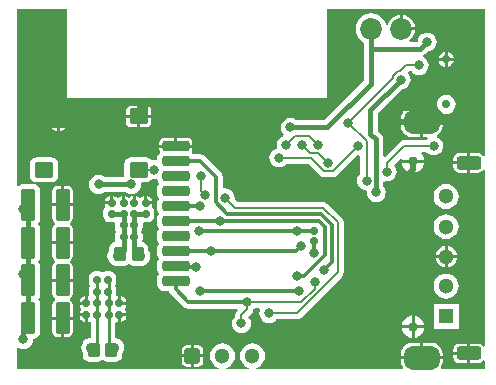
<source format=gbl>
%FSLAX44Y44*%
%MOMM*%
G71*
G01*
G75*
G04 Layer_Physical_Order=2*
G04 Layer_Color=16711680*
G04:AMPARAMS|DCode=10|XSize=0.7mm|YSize=2.5mm|CornerRadius=0.175mm|HoleSize=0mm|Usage=FLASHONLY|Rotation=0.000|XOffset=0mm|YOffset=0mm|HoleType=Round|Shape=RoundedRectangle|*
%AMROUNDEDRECTD10*
21,1,0.7000,2.1500,0,0,0.0*
21,1,0.3500,2.5000,0,0,0.0*
1,1,0.3500,0.1750,-1.0750*
1,1,0.3500,-0.1750,-1.0750*
1,1,0.3500,-0.1750,1.0750*
1,1,0.3500,0.1750,1.0750*
%
%ADD10ROUNDEDRECTD10*%
G04:AMPARAMS|DCode=11|XSize=0.67mm|YSize=0.67mm|CornerRadius=0.1508mm|HoleSize=0mm|Usage=FLASHONLY|Rotation=90.000|XOffset=0mm|YOffset=0mm|HoleType=Round|Shape=RoundedRectangle|*
%AMROUNDEDRECTD11*
21,1,0.6700,0.3685,0,0,90.0*
21,1,0.3685,0.6700,0,0,90.0*
1,1,0.3015,0.1843,0.1843*
1,1,0.3015,0.1843,-0.1843*
1,1,0.3015,-0.1843,-0.1843*
1,1,0.3015,-0.1843,0.1843*
%
%ADD11ROUNDEDRECTD11*%
G04:AMPARAMS|DCode=12|XSize=0.67mm|YSize=0.67mm|CornerRadius=0.1508mm|HoleSize=0mm|Usage=FLASHONLY|Rotation=180.000|XOffset=0mm|YOffset=0mm|HoleType=Round|Shape=RoundedRectangle|*
%AMROUNDEDRECTD12*
21,1,0.6700,0.3685,0,0,180.0*
21,1,0.3685,0.6700,0,0,180.0*
1,1,0.3015,-0.1843,0.1843*
1,1,0.3015,0.1843,0.1843*
1,1,0.3015,0.1843,-0.1843*
1,1,0.3015,-0.1843,-0.1843*
%
%ADD12ROUNDEDRECTD12*%
G04:AMPARAMS|DCode=13|XSize=0.62mm|YSize=0.62mm|CornerRadius=0.1488mm|HoleSize=0mm|Usage=FLASHONLY|Rotation=270.000|XOffset=0mm|YOffset=0mm|HoleType=Round|Shape=RoundedRectangle|*
%AMROUNDEDRECTD13*
21,1,0.6200,0.3224,0,0,270.0*
21,1,0.3224,0.6200,0,0,270.0*
1,1,0.2976,-0.1612,-0.1612*
1,1,0.2976,-0.1612,0.1612*
1,1,0.2976,0.1612,0.1612*
1,1,0.2976,0.1612,-0.1612*
%
%ADD13ROUNDEDRECTD13*%
%ADD14R,1.4000X0.4000*%
%ADD15R,1.9000X1.8000*%
G04:AMPARAMS|DCode=16|XSize=2.35mm|YSize=1.15mm|CornerRadius=0.3852mm|HoleSize=0mm|Usage=FLASHONLY|Rotation=180.000|XOffset=0mm|YOffset=0mm|HoleType=Round|Shape=RoundedRectangle|*
%AMROUNDEDRECTD16*
21,1,2.3500,0.3795,0,0,180.0*
21,1,1.5795,1.1500,0,0,180.0*
1,1,0.7705,-0.7897,0.1898*
1,1,0.7705,0.7897,0.1898*
1,1,0.7705,0.7897,-0.1898*
1,1,0.7705,-0.7897,-0.1898*
%
%ADD16ROUNDEDRECTD16*%
G04:AMPARAMS|DCode=17|XSize=1.3mm|YSize=1mm|CornerRadius=0.25mm|HoleSize=0mm|Usage=FLASHONLY|Rotation=180.000|XOffset=0mm|YOffset=0mm|HoleType=Round|Shape=RoundedRectangle|*
%AMROUNDEDRECTD17*
21,1,1.3000,0.5000,0,0,180.0*
21,1,0.8000,1.0000,0,0,180.0*
1,1,0.5000,-0.4000,0.2500*
1,1,0.5000,0.4000,0.2500*
1,1,0.5000,0.4000,-0.2500*
1,1,0.5000,-0.4000,-0.2500*
%
%ADD17ROUNDEDRECTD17*%
G04:AMPARAMS|DCode=18|XSize=2.5mm|YSize=1.15mm|CornerRadius=0.3852mm|HoleSize=0mm|Usage=FLASHONLY|Rotation=180.000|XOffset=0mm|YOffset=0mm|HoleType=Round|Shape=RoundedRectangle|*
%AMROUNDEDRECTD18*
21,1,2.5000,0.3795,0,0,180.0*
21,1,1.7295,1.1500,0,0,180.0*
1,1,0.7705,-0.8648,0.1898*
1,1,0.7705,0.8648,0.1898*
1,1,0.7705,0.8648,-0.1898*
1,1,0.7705,-0.8648,-0.1898*
%
%ADD18ROUNDEDRECTD18*%
G04:AMPARAMS|DCode=19|XSize=1.1mm|YSize=0.6mm|CornerRadius=0.201mm|HoleSize=0mm|Usage=FLASHONLY|Rotation=270.000|XOffset=0mm|YOffset=0mm|HoleType=Round|Shape=RoundedRectangle|*
%AMROUNDEDRECTD19*
21,1,1.1000,0.1980,0,0,270.0*
21,1,0.6980,0.6000,0,0,270.0*
1,1,0.4020,-0.0990,-0.3490*
1,1,0.4020,-0.0990,0.3490*
1,1,0.4020,0.0990,0.3490*
1,1,0.4020,0.0990,-0.3490*
%
%ADD19ROUNDEDRECTD19*%
G04:AMPARAMS|DCode=20|XSize=0.62mm|YSize=0.62mm|CornerRadius=0.1488mm|HoleSize=0mm|Usage=FLASHONLY|Rotation=180.000|XOffset=0mm|YOffset=0mm|HoleType=Round|Shape=RoundedRectangle|*
%AMROUNDEDRECTD20*
21,1,0.6200,0.3224,0,0,180.0*
21,1,0.3224,0.6200,0,0,180.0*
1,1,0.2976,-0.1612,0.1612*
1,1,0.2976,0.1612,0.1612*
1,1,0.2976,0.1612,-0.1612*
1,1,0.2976,-0.1612,-0.1612*
%
%ADD20ROUNDEDRECTD20*%
G04:AMPARAMS|DCode=21|XSize=1mm|YSize=2mm|CornerRadius=0.25mm|HoleSize=0mm|Usage=FLASHONLY|Rotation=0.000|XOffset=0mm|YOffset=0mm|HoleType=Round|Shape=RoundedRectangle|*
%AMROUNDEDRECTD21*
21,1,1.0000,1.5000,0,0,0.0*
21,1,0.5000,2.0000,0,0,0.0*
1,1,0.5000,0.2500,-0.7500*
1,1,0.5000,-0.2500,-0.7500*
1,1,0.5000,-0.2500,0.7500*
1,1,0.5000,0.2500,0.7500*
%
%ADD21ROUNDEDRECTD21*%
G04:AMPARAMS|DCode=22|XSize=0.7mm|YSize=1mm|CornerRadius=0.175mm|HoleSize=0mm|Usage=FLASHONLY|Rotation=180.000|XOffset=0mm|YOffset=0mm|HoleType=Round|Shape=RoundedRectangle|*
%AMROUNDEDRECTD22*
21,1,0.7000,0.6500,0,0,180.0*
21,1,0.3500,1.0000,0,0,180.0*
1,1,0.3500,-0.1750,0.3250*
1,1,0.3500,0.1750,0.3250*
1,1,0.3500,0.1750,-0.3250*
1,1,0.3500,-0.1750,-0.3250*
%
%ADD22ROUNDEDRECTD22*%
G04:AMPARAMS|DCode=23|XSize=0.8mm|YSize=1mm|CornerRadius=0.2mm|HoleSize=0mm|Usage=FLASHONLY|Rotation=180.000|XOffset=0mm|YOffset=0mm|HoleType=Round|Shape=RoundedRectangle|*
%AMROUNDEDRECTD23*
21,1,0.8000,0.6000,0,0,180.0*
21,1,0.4000,1.0000,0,0,180.0*
1,1,0.4000,-0.2000,0.3000*
1,1,0.4000,0.2000,0.3000*
1,1,0.4000,0.2000,-0.3000*
1,1,0.4000,-0.2000,-0.3000*
%
%ADD23ROUNDEDRECTD23*%
%ADD24O,0.7000X2.5000*%
%ADD25O,2.5000X0.7000*%
G04:AMPARAMS|DCode=26|XSize=1.2mm|YSize=1.2mm|CornerRadius=0.198mm|HoleSize=0mm|Usage=FLASHONLY|Rotation=180.000|XOffset=0mm|YOffset=0mm|HoleType=Round|Shape=RoundedRectangle|*
%AMROUNDEDRECTD26*
21,1,1.2000,0.8040,0,0,180.0*
21,1,0.8040,1.2000,0,0,180.0*
1,1,0.3960,-0.4020,0.4020*
1,1,0.3960,0.4020,0.4020*
1,1,0.3960,0.4020,-0.4020*
1,1,0.3960,-0.4020,-0.4020*
%
%ADD26ROUNDEDRECTD26*%
G04:AMPARAMS|DCode=27|XSize=1.6mm|YSize=2mm|CornerRadius=0.248mm|HoleSize=0mm|Usage=FLASHONLY|Rotation=90.000|XOffset=0mm|YOffset=0mm|HoleType=Round|Shape=RoundedRectangle|*
%AMROUNDEDRECTD27*
21,1,1.6000,1.5040,0,0,90.0*
21,1,1.1040,2.0000,0,0,90.0*
1,1,0.4960,0.7520,0.5520*
1,1,0.4960,0.7520,-0.5520*
1,1,0.4960,-0.7520,-0.5520*
1,1,0.4960,-0.7520,0.5520*
%
%ADD27ROUNDEDRECTD27*%
%ADD28O,0.3000X0.9000*%
%ADD29O,0.9000X0.3000*%
%ADD30R,2.4000X2.4000*%
%ADD31C,0.5000*%
%ADD32C,0.3000*%
%ADD33C,0.2000*%
%ADD34C,0.4000*%
%ADD35C,0.7000*%
%ADD36C,0.3500*%
%ADD37C,0.6000*%
%ADD38C,0.2500*%
%ADD39C,0.7000*%
G04:AMPARAMS|DCode=40|XSize=1.15mm|YSize=2.1mm|CornerRadius=0.2875mm|HoleSize=0mm|Usage=FLASHONLY|Rotation=90.000|XOffset=0mm|YOffset=0mm|HoleType=Round|Shape=RoundedRectangle|*
%AMROUNDEDRECTD40*
21,1,1.1500,1.5250,0,0,90.0*
21,1,0.5750,2.1000,0,0,90.0*
1,1,0.5750,0.7625,0.2875*
1,1,0.5750,0.7625,-0.2875*
1,1,0.5750,-0.7625,-0.2875*
1,1,0.5750,-0.7625,0.2875*
%
%ADD40ROUNDEDRECTD40*%
%ADD41C,1.8500*%
%ADD42C,0.9000*%
%ADD43C,1.3000*%
%ADD44R,1.3000X1.3000*%
G04:AMPARAMS|DCode=45|XSize=0.7mm|YSize=0.7mm|CornerRadius=0.175mm|HoleSize=0mm|Usage=FLASHONLY|Rotation=270.000|XOffset=0mm|YOffset=0mm|HoleType=Round|Shape=RoundedRectangle|*
%AMROUNDEDRECTD45*
21,1,0.7000,0.3500,0,0,270.0*
21,1,0.3500,0.7000,0,0,270.0*
1,1,0.3500,-0.1750,-0.1750*
1,1,0.3500,-0.1750,0.1750*
1,1,0.3500,0.1750,0.1750*
1,1,0.3500,0.1750,-0.1750*
%
%ADD45ROUNDEDRECTD45*%
G04:AMPARAMS|DCode=46|XSize=1.3mm|YSize=1.3mm|CornerRadius=0.1625mm|HoleSize=0mm|Usage=FLASHONLY|Rotation=180.000|XOffset=0mm|YOffset=0mm|HoleType=Round|Shape=RoundedRectangle|*
%AMROUNDEDRECTD46*
21,1,1.3000,0.9750,0,0,180.0*
21,1,0.9750,1.3000,0,0,180.0*
1,1,0.3250,-0.4875,0.4875*
1,1,0.3250,0.4875,0.4875*
1,1,0.3250,0.4875,-0.4875*
1,1,0.3250,-0.4875,-0.4875*
%
%ADD46ROUNDEDRECTD46*%
%ADD47C,0.8000*%
G04:AMPARAMS|DCode=48|XSize=1mm|YSize=1.2mm|CornerRadius=0.165mm|HoleSize=0mm|Usage=FLASHONLY|Rotation=180.000|XOffset=0mm|YOffset=0mm|HoleType=Round|Shape=RoundedRectangle|*
%AMROUNDEDRECTD48*
21,1,1.0000,0.8700,0,0,180.0*
21,1,0.6700,1.2000,0,0,180.0*
1,1,0.3300,-0.3350,0.4350*
1,1,0.3300,0.3350,0.4350*
1,1,0.3300,0.3350,-0.4350*
1,1,0.3300,-0.3350,-0.4350*
%
%ADD48ROUNDEDRECTD48*%
G04:AMPARAMS|DCode=49|XSize=1.6mm|YSize=1.3mm|CornerRadius=0.2015mm|HoleSize=0mm|Usage=FLASHONLY|Rotation=180.000|XOffset=0mm|YOffset=0mm|HoleType=Round|Shape=RoundedRectangle|*
%AMROUNDEDRECTD49*
21,1,1.6000,0.8970,0,0,180.0*
21,1,1.1970,1.3000,0,0,180.0*
1,1,0.4030,-0.5985,0.4485*
1,1,0.4030,0.5985,0.4485*
1,1,0.4030,0.5985,-0.4485*
1,1,0.4030,-0.5985,-0.4485*
%
%ADD49ROUNDEDRECTD49*%
G04:AMPARAMS|DCode=50|XSize=3mm|YSize=2mm|CornerRadius=0.67mm|HoleSize=0mm|Usage=FLASHONLY|Rotation=180.000|XOffset=0mm|YOffset=0mm|HoleType=Round|Shape=RoundedRectangle|*
%AMROUNDEDRECTD50*
21,1,3.0000,0.6600,0,0,180.0*
21,1,1.6600,2.0000,0,0,180.0*
1,1,1.3400,-0.8300,0.3300*
1,1,1.3400,0.8300,0.3300*
1,1,1.3400,0.8300,-0.3300*
1,1,1.3400,-0.8300,-0.3300*
%
%ADD50ROUNDEDRECTD50*%
G04:AMPARAMS|DCode=51|XSize=2.3mm|YSize=0.9mm|CornerRadius=0.225mm|HoleSize=0mm|Usage=FLASHONLY|Rotation=180.000|XOffset=0mm|YOffset=0mm|HoleType=Round|Shape=RoundedRectangle|*
%AMROUNDEDRECTD51*
21,1,2.3000,0.4500,0,0,180.0*
21,1,1.8500,0.9000,0,0,180.0*
1,1,0.4500,-0.9250,0.2250*
1,1,0.4500,0.9250,0.2250*
1,1,0.4500,0.9250,-0.2250*
1,1,0.4500,-0.9250,-0.2250*
%
%ADD51ROUNDEDRECTD51*%
G04:AMPARAMS|DCode=52|XSize=2.7mm|YSize=1.2mm|CornerRadius=0.21mm|HoleSize=0mm|Usage=FLASHONLY|Rotation=270.000|XOffset=0mm|YOffset=0mm|HoleType=Round|Shape=RoundedRectangle|*
%AMROUNDEDRECTD52*
21,1,2.7000,0.7800,0,0,270.0*
21,1,2.2800,1.2000,0,0,270.0*
1,1,0.4200,-0.3900,-1.1400*
1,1,0.4200,-0.3900,1.1400*
1,1,0.4200,0.3900,1.1400*
1,1,0.4200,0.3900,-1.1400*
%
%ADD52ROUNDEDRECTD52*%
G36*
X398451Y183638D02*
X397181Y183253D01*
X396529Y184229D01*
X394738Y185426D01*
X392625Y185846D01*
X386270D01*
Y177450D01*
Y169054D01*
X392625D01*
X394738Y169474D01*
X396529Y170671D01*
X397181Y171647D01*
X398451Y171262D01*
Y22239D01*
X397181Y21853D01*
X396529Y22829D01*
X394738Y24026D01*
X392625Y24446D01*
X386270D01*
Y16050D01*
Y7654D01*
X392625D01*
X394738Y8074D01*
X396529Y9271D01*
X397181Y10247D01*
X398451Y9862D01*
Y2549D01*
X361844D01*
X361218Y3819D01*
X361771Y4540D01*
X362702Y6788D01*
X363020Y9200D01*
Y11230D01*
X327780D01*
Y9200D01*
X328098Y6788D01*
X329029Y4540D01*
X329582Y3819D01*
X328956Y2549D01*
X204872D01*
X204641Y3770D01*
X207195Y4828D01*
X209389Y6511D01*
X211072Y8705D01*
X212130Y11259D01*
X212491Y14000D01*
X212130Y16741D01*
X211072Y19295D01*
X209389Y21489D01*
X207195Y23172D01*
X204641Y24230D01*
X201900Y24591D01*
X199159Y24230D01*
X196605Y23172D01*
X194411Y21489D01*
X192728Y19295D01*
X191670Y16741D01*
X191309Y14000D01*
X191670Y11259D01*
X192728Y8705D01*
X194411Y6511D01*
X196605Y4828D01*
X199159Y3770D01*
X198928Y2549D01*
X179472D01*
X179241Y3770D01*
X181795Y4828D01*
X183989Y6511D01*
X185672Y8705D01*
X186730Y11259D01*
X187091Y14000D01*
X186730Y16741D01*
X185672Y19295D01*
X183989Y21489D01*
X181795Y23172D01*
X179241Y24230D01*
X176500Y24591D01*
X173759Y24230D01*
X171205Y23172D01*
X169011Y21489D01*
X167328Y19295D01*
X166270Y16741D01*
X165909Y14000D01*
X166270Y11259D01*
X167328Y8705D01*
X169011Y6511D01*
X171205Y4828D01*
X173759Y3770D01*
X173528Y2549D01*
X2549D01*
Y20663D01*
X3688Y21225D01*
X3965Y21012D01*
X5912Y20206D01*
X8000Y19931D01*
X10088Y20206D01*
X12034Y21012D01*
X13706Y22294D01*
X14988Y23965D01*
X15794Y25912D01*
X16069Y28000D01*
X16036Y28251D01*
X16150Y28381D01*
X18530Y28854D01*
X20548Y30202D01*
X21896Y32220D01*
X22369Y34600D01*
Y57400D01*
X21896Y59780D01*
X20548Y61798D01*
Y62202D01*
X21896Y64220D01*
X22369Y66600D01*
Y89400D01*
X21896Y91780D01*
X20548Y93798D01*
Y94202D01*
X21896Y96220D01*
X22369Y98600D01*
Y121400D01*
X21896Y123780D01*
X20548Y125798D01*
Y126202D01*
X21896Y128220D01*
X22369Y130600D01*
Y153400D01*
X21896Y155780D01*
X20548Y157798D01*
X18530Y159146D01*
X16150Y159620D01*
X8350D01*
X5970Y159146D01*
X3952Y157798D01*
X3819Y157599D01*
X2549Y157984D01*
Y307451D01*
X45250D01*
Y232250D01*
X265250D01*
Y307451D01*
X398451D01*
Y183638D01*
D02*
G37*
%LPC*%
G36*
X90862Y64468D02*
X90520D01*
Y60019D01*
X94969D01*
Y60361D01*
X94656Y61933D01*
X93766Y63266D01*
X92434Y64156D01*
X90862Y64468D01*
D02*
G37*
G36*
X366000Y83591D02*
X363259Y83230D01*
X360705Y82172D01*
X358511Y80489D01*
X356828Y78295D01*
X355770Y75741D01*
X355409Y73000D01*
X355770Y70259D01*
X356828Y67705D01*
X358511Y65511D01*
X360705Y63828D01*
X363259Y62770D01*
X366000Y62409D01*
X368741Y62770D01*
X371295Y63828D01*
X373489Y65511D01*
X375172Y67705D01*
X376230Y70259D01*
X376591Y73000D01*
X376230Y75741D01*
X375172Y78295D01*
X373489Y80489D01*
X371295Y82172D01*
X368741Y83230D01*
X366000Y83591D01*
D02*
G37*
G36*
X49881Y108730D02*
X32619D01*
Y98600D01*
X32979Y96790D01*
X34005Y95255D01*
X34740Y94764D01*
Y93237D01*
X34005Y92745D01*
X32979Y91211D01*
X32619Y89400D01*
Y79270D01*
X49881D01*
Y89400D01*
X49521Y91211D01*
X48495Y92745D01*
X47760Y93237D01*
Y94764D01*
X48495Y95255D01*
X49521Y96790D01*
X49881Y98600D01*
Y108730D01*
D02*
G37*
G36*
X94969Y47480D02*
X90520D01*
Y43031D01*
X90862D01*
X92434Y43344D01*
X93766Y44234D01*
X94656Y45566D01*
X94969Y47138D01*
Y47480D01*
D02*
G37*
G36*
X59980D02*
X55531D01*
Y47138D01*
X55844Y45566D01*
X56734Y44234D01*
X58066Y43344D01*
X59638Y43031D01*
X59980D01*
Y47480D01*
D02*
G37*
G36*
Y64468D02*
X59638D01*
X58066Y64156D01*
X56734Y63266D01*
X55844Y61933D01*
X55531Y60361D01*
Y60019D01*
X59980D01*
Y64468D01*
D02*
G37*
G36*
X49881Y76730D02*
X32619D01*
Y66600D01*
X32979Y64790D01*
X34005Y63255D01*
X34740Y62764D01*
Y61237D01*
X34005Y60745D01*
X32979Y59211D01*
X32619Y57400D01*
Y47270D01*
X49881D01*
Y57400D01*
X49521Y59211D01*
X48495Y60745D01*
X47760Y61237D01*
Y62764D01*
X48495Y63255D01*
X49521Y64790D01*
X49881Y66600D01*
Y76730D01*
D02*
G37*
G36*
X81112Y85707D02*
X77888D01*
X75747Y85281D01*
X75000Y84783D01*
X74253Y85281D01*
X72112Y85707D01*
X68888D01*
X66747Y85281D01*
X64931Y84069D01*
X63718Y82253D01*
X63292Y80112D01*
Y76888D01*
X63718Y74747D01*
X64551Y73500D01*
X63718Y72253D01*
X63292Y70112D01*
Y66888D01*
X63543Y65628D01*
X63271Y65164D01*
X62520Y64492D01*
Y58749D01*
X61250D01*
Y57480D01*
X55531D01*
Y57137D01*
X55844Y55566D01*
X56475Y54621D01*
X56642Y53750D01*
X56475Y52879D01*
X55844Y51934D01*
X55531Y50362D01*
Y50020D01*
X61250D01*
Y48750D01*
X62520D01*
Y43031D01*
X62862D01*
X63779Y43214D01*
X64934Y42303D01*
X64959Y42252D01*
Y29502D01*
X63281Y29281D01*
X61213Y28425D01*
X59438Y27062D01*
X58075Y25287D01*
X57219Y23219D01*
X56927Y21000D01*
X57219Y18781D01*
X58075Y16713D01*
X58389Y16304D01*
Y14650D01*
X58828Y12445D01*
X60077Y10577D01*
X61946Y9328D01*
X64150Y8889D01*
X70850D01*
X73054Y9328D01*
X74923Y10577D01*
X75077D01*
X76946Y9328D01*
X79150Y8889D01*
X85850D01*
X88055Y9328D01*
X89923Y10577D01*
X91172Y12445D01*
X91611Y14650D01*
Y16304D01*
X91925Y16713D01*
X92781Y18781D01*
X93073Y21000D01*
X92781Y23219D01*
X91925Y25287D01*
X90562Y27062D01*
X88787Y28425D01*
X86719Y29281D01*
X85665Y29420D01*
Y42201D01*
X86893Y43179D01*
X87638Y43031D01*
X87980D01*
Y48750D01*
X89250D01*
Y50020D01*
X94969D01*
Y50362D01*
X94656Y51934D01*
X94025Y52879D01*
X93858Y53750D01*
X94025Y54621D01*
X94656Y55566D01*
X94969Y57137D01*
Y57480D01*
X89250D01*
Y58749D01*
X87980D01*
Y64468D01*
X87638D01*
X87487Y64438D01*
X86436Y65524D01*
X86707Y66888D01*
Y70112D01*
X86281Y72253D01*
X85665Y73177D01*
Y73823D01*
X86281Y74747D01*
X86707Y76888D01*
Y80112D01*
X86281Y82253D01*
X85069Y84069D01*
X83253Y85281D01*
X81112Y85707D01*
D02*
G37*
G36*
X49881Y140730D02*
X32619D01*
Y130600D01*
X32979Y128790D01*
X34005Y127255D01*
X34740Y126764D01*
Y125237D01*
X34005Y124745D01*
X32979Y123211D01*
X32619Y121400D01*
Y111270D01*
X49881D01*
Y121400D01*
X49521Y123211D01*
X48495Y124745D01*
X47760Y125237D01*
Y126764D01*
X48495Y127255D01*
X49521Y128790D01*
X49881Y130600D01*
Y140730D01*
D02*
G37*
G36*
X366000Y134091D02*
X363259Y133730D01*
X360705Y132672D01*
X358511Y130989D01*
X356828Y128795D01*
X355770Y126241D01*
X355409Y123500D01*
X355770Y120759D01*
X356828Y118205D01*
X358511Y116011D01*
X360705Y114328D01*
X363259Y113270D01*
X366000Y112909D01*
X368741Y113270D01*
X371295Y114328D01*
X373489Y116011D01*
X375172Y118205D01*
X376230Y120759D01*
X376591Y123500D01*
X376230Y126241D01*
X375172Y128795D01*
X373489Y130989D01*
X371295Y132672D01*
X368741Y133730D01*
X366000Y134091D01*
D02*
G37*
G36*
Y159591D02*
X363259Y159230D01*
X360705Y158172D01*
X358511Y156489D01*
X356828Y154295D01*
X355770Y151741D01*
X355409Y149000D01*
X355770Y146259D01*
X356828Y143705D01*
X358511Y141511D01*
X360705Y139828D01*
X363259Y138770D01*
X366000Y138409D01*
X368741Y138770D01*
X371295Y139828D01*
X373489Y141511D01*
X375172Y143705D01*
X376230Y146259D01*
X376591Y149000D01*
X376230Y151741D01*
X375172Y154295D01*
X373489Y156489D01*
X371295Y158172D01*
X368741Y159230D01*
X366000Y159591D01*
D02*
G37*
G36*
X367270Y106951D02*
Y99270D01*
X374951D01*
X374807Y100360D01*
X373896Y102559D01*
X372447Y104447D01*
X370559Y105896D01*
X368360Y106807D01*
X367270Y106951D01*
D02*
G37*
G36*
X364730Y96730D02*
X357049D01*
X357193Y95640D01*
X358104Y93441D01*
X359553Y91553D01*
X361441Y90104D01*
X363640Y89193D01*
X364730Y89049D01*
Y96730D01*
D02*
G37*
G36*
X374951D02*
X367270D01*
Y89049D01*
X368360Y89193D01*
X370559Y90104D01*
X372447Y91553D01*
X373896Y93441D01*
X374807Y95640D01*
X374951Y96730D01*
D02*
G37*
G36*
X364730Y106951D02*
X363640Y106807D01*
X361441Y105896D01*
X359553Y104447D01*
X358104Y102559D01*
X357193Y100360D01*
X357049Y99270D01*
X364730D01*
Y106951D01*
D02*
G37*
G36*
X353700Y25120D02*
X346670D01*
Y13770D01*
X363020D01*
Y15800D01*
X362702Y18212D01*
X361771Y20460D01*
X360290Y22390D01*
X358360Y23871D01*
X356112Y24802D01*
X353700Y25120D01*
D02*
G37*
G36*
X149830Y23122D02*
X146225D01*
X144600Y22798D01*
X143222Y21878D01*
X142302Y20500D01*
X141978Y18875D01*
Y15270D01*
X149830D01*
Y23122D01*
D02*
G37*
G36*
X155975D02*
X152370D01*
Y15270D01*
X160222D01*
Y18875D01*
X159898Y20500D01*
X158978Y21878D01*
X157600Y22798D01*
X155975Y23122D01*
D02*
G37*
G36*
X344130Y25120D02*
X337100D01*
X334688Y24802D01*
X332440Y23871D01*
X330510Y22390D01*
X329029Y20460D01*
X328098Y18212D01*
X327780Y15800D01*
Y13770D01*
X344130D01*
Y25120D01*
D02*
G37*
G36*
X149830Y12730D02*
X141978D01*
Y9125D01*
X142302Y7500D01*
X143222Y6122D01*
X144600Y5202D01*
X146225Y4878D01*
X149830D01*
Y12730D01*
D02*
G37*
G36*
X160222D02*
X152370D01*
Y4878D01*
X155975D01*
X157600Y5202D01*
X158978Y6122D01*
X159898Y7500D01*
X160222Y9125D01*
Y12730D01*
D02*
G37*
G36*
X383730Y14780D02*
X371854D01*
Y13175D01*
X372274Y11062D01*
X373471Y9271D01*
X375262Y8074D01*
X377375Y7654D01*
X383730D01*
Y14780D01*
D02*
G37*
G36*
Y24446D02*
X377375D01*
X375262Y24026D01*
X373471Y22829D01*
X372274Y21038D01*
X371854Y18925D01*
Y17320D01*
X383730D01*
Y24446D01*
D02*
G37*
G36*
X376500Y58000D02*
X355500D01*
Y37000D01*
X376500D01*
Y58000D01*
D02*
G37*
G36*
X336730Y48255D02*
X335510Y48094D01*
X333189Y47133D01*
X331196Y45604D01*
X329667Y43611D01*
X328706Y41290D01*
X328545Y40070D01*
X336730D01*
Y48255D01*
D02*
G37*
G36*
X339270D02*
Y40070D01*
X347455D01*
X347295Y41290D01*
X346333Y43611D01*
X344804Y45604D01*
X342811Y47133D01*
X340490Y48094D01*
X339270Y48255D01*
D02*
G37*
G36*
X49881Y44730D02*
X42520D01*
Y29869D01*
X45150D01*
X46960Y30229D01*
X48495Y31255D01*
X49521Y32790D01*
X49881Y34600D01*
Y44730D01*
D02*
G37*
G36*
X336730Y37530D02*
X328545D01*
X328706Y36310D01*
X329667Y33989D01*
X331196Y31996D01*
X333189Y30467D01*
X335510Y29506D01*
X336730Y29345D01*
Y37530D01*
D02*
G37*
G36*
X347455D02*
X339270D01*
Y29345D01*
X340490Y29506D01*
X342811Y30467D01*
X344804Y31996D01*
X346333Y33989D01*
X347295Y36310D01*
X347455Y37530D01*
D02*
G37*
G36*
X39980Y44730D02*
X32619D01*
Y34600D01*
X32979Y32790D01*
X34005Y31255D01*
X35540Y30229D01*
X37350Y29869D01*
X39980D01*
Y44730D01*
D02*
G37*
G36*
Y158131D02*
X37350D01*
X35540Y157771D01*
X34005Y156745D01*
X32979Y155211D01*
X32619Y153400D01*
Y143270D01*
X39980D01*
Y158131D01*
D02*
G37*
G36*
X24230Y225879D02*
X19515D01*
X17738Y225526D01*
X16231Y224519D01*
X15224Y223012D01*
X14871Y221235D01*
Y218020D01*
X24230D01*
Y225879D01*
D02*
G37*
G36*
X104230D02*
X99515D01*
X97738Y225526D01*
X96231Y224519D01*
X95224Y223012D01*
X94871Y221235D01*
Y218020D01*
X104230D01*
Y225879D01*
D02*
G37*
G36*
X111485D02*
X106770D01*
Y218020D01*
X116129D01*
Y221235D01*
X115776Y223012D01*
X114769Y224519D01*
X113262Y225526D01*
X111485Y225879D01*
D02*
G37*
G36*
X344130Y224620D02*
X337100D01*
X334688Y224302D01*
X332440Y223371D01*
X330510Y221890D01*
X329029Y219960D01*
X328098Y217712D01*
X327780Y215300D01*
Y213270D01*
X344130D01*
Y224620D01*
D02*
G37*
G36*
X24230Y215480D02*
X14871D01*
Y212265D01*
X15224Y210488D01*
X16231Y208981D01*
X17738Y207974D01*
X19515Y207621D01*
X24230D01*
Y215480D01*
D02*
G37*
G36*
X104230D02*
X94871D01*
Y212265D01*
X95224Y210488D01*
X96231Y208981D01*
X97738Y207974D01*
X99515Y207621D01*
X104230D01*
Y215480D01*
D02*
G37*
G36*
X116129D02*
X106770D01*
Y207621D01*
X111485D01*
X113262Y207974D01*
X114769Y208981D01*
X115776Y210488D01*
X116129Y212265D01*
Y215480D01*
D02*
G37*
G36*
X39500Y234874D02*
X39020D01*
Y221020D01*
X43874D01*
Y230500D01*
X43541Y232174D01*
X42593Y233593D01*
X41174Y234541D01*
X39500Y234874D01*
D02*
G37*
G36*
X364730Y271429D02*
X364293Y271372D01*
X362702Y270713D01*
X361336Y269664D01*
X360287Y268298D01*
X359628Y266707D01*
X359571Y266270D01*
X364730D01*
Y271429D01*
D02*
G37*
G36*
X367270D02*
Y266270D01*
X372429D01*
X372372Y266707D01*
X371713Y268298D01*
X370664Y269664D01*
X369298Y270713D01*
X367707Y271372D01*
X367270Y271429D01*
D02*
G37*
G36*
X329220Y302724D02*
Y292270D01*
X339674D01*
X339436Y294078D01*
X338248Y296946D01*
X336359Y299409D01*
X333896Y301299D01*
X331028Y302486D01*
X329220Y302724D01*
D02*
G37*
G36*
X372429Y263730D02*
X367270D01*
Y258571D01*
X367707Y258628D01*
X369298Y259287D01*
X370664Y260336D01*
X371713Y261702D01*
X372372Y263293D01*
X372429Y263730D01*
D02*
G37*
G36*
X366000Y235069D02*
X363912Y234794D01*
X361965Y233988D01*
X360294Y232706D01*
X359012Y231035D01*
X358206Y229088D01*
X357931Y227000D01*
X358206Y224912D01*
X358257Y224788D01*
X357285Y223816D01*
X356112Y224302D01*
X353700Y224620D01*
X346670D01*
Y213270D01*
X363020D01*
Y215300D01*
X362702Y217712D01*
X362392Y218461D01*
X363364Y219433D01*
X363912Y219206D01*
X366000Y218931D01*
X368088Y219206D01*
X370034Y220012D01*
X371706Y221294D01*
X372988Y222966D01*
X373794Y224912D01*
X374069Y227000D01*
X373794Y229088D01*
X372988Y231035D01*
X371706Y232706D01*
X370034Y233988D01*
X368088Y234794D01*
X366000Y235069D01*
D02*
G37*
G36*
X302550Y304364D02*
X299091Y303909D01*
X295868Y302574D01*
X293100Y300450D01*
X290976Y297682D01*
X289641Y294459D01*
X289186Y291000D01*
X289641Y287541D01*
X290976Y284318D01*
X293100Y281550D01*
X295868Y279426D01*
X296432Y279192D01*
Y274050D01*
X296482Y273799D01*
Y247179D01*
X262921Y213617D01*
X239169D01*
X238034Y214488D01*
X236088Y215294D01*
X234000Y215569D01*
X231912Y215294D01*
X229965Y214488D01*
X228294Y213206D01*
X227012Y211535D01*
X226206Y209588D01*
X225931Y207500D01*
X226206Y205412D01*
X227012Y203465D01*
X228294Y201794D01*
X228395Y201717D01*
X228126Y200322D01*
X226716Y199738D01*
X225044Y198456D01*
X223762Y196784D01*
X222956Y194838D01*
X222681Y192750D01*
X222956Y190662D01*
X222432Y189754D01*
X222061Y189503D01*
X220215Y188738D01*
X218544Y187456D01*
X217262Y185784D01*
X216456Y183838D01*
X216181Y181750D01*
X216456Y179662D01*
X217262Y177715D01*
X218544Y176044D01*
X220215Y174762D01*
X222162Y173956D01*
X224250Y173681D01*
X226338Y173956D01*
X228284Y174762D01*
X229956Y176044D01*
X230422Y176652D01*
X249239D01*
X258996Y166895D01*
X260650Y165790D01*
X262600Y165402D01*
X269750D01*
X271701Y165790D01*
X273355Y166895D01*
X290490Y184031D01*
X291250Y183931D01*
X292132Y184047D01*
X293402Y182933D01*
Y168672D01*
X292794Y168206D01*
X291512Y166535D01*
X290706Y164588D01*
X290431Y162500D01*
X290706Y160412D01*
X291512Y158465D01*
X292794Y156794D01*
X294466Y155512D01*
X296412Y154706D01*
X297805Y154522D01*
X298785Y153293D01*
X298681Y152500D01*
X298956Y150412D01*
X299762Y148465D01*
X301044Y146794D01*
X302715Y145512D01*
X304662Y144706D01*
X306750Y144431D01*
X308838Y144706D01*
X310784Y145512D01*
X312456Y146794D01*
X313738Y148465D01*
X314544Y150412D01*
X314819Y152500D01*
X314544Y154588D01*
X313738Y156535D01*
X312868Y157669D01*
Y161258D01*
X313187Y161472D01*
X314138Y161926D01*
X316000Y161681D01*
X318088Y161956D01*
X320034Y162762D01*
X321706Y164044D01*
X322988Y165716D01*
X323794Y167662D01*
X324069Y169750D01*
X323794Y171838D01*
X322988Y173785D01*
X321706Y175456D01*
X321672Y175963D01*
X327305Y181596D01*
X328599Y181287D01*
X328692Y181186D01*
X328545Y180070D01*
X347455D01*
X347295Y181290D01*
X346333Y183611D01*
X344898Y185482D01*
X345112Y186511D01*
X345194Y186752D01*
X349178D01*
X349644Y186144D01*
X351315Y184862D01*
X353262Y184056D01*
X355350Y183781D01*
X357438Y184056D01*
X359384Y184862D01*
X361056Y186144D01*
X362338Y187815D01*
X363144Y189762D01*
X363419Y191850D01*
X363144Y193938D01*
X362338Y195884D01*
X361056Y197556D01*
X359384Y198838D01*
X358370Y199258D01*
X358360Y200629D01*
X360290Y202110D01*
X361771Y204040D01*
X362702Y206288D01*
X363020Y208700D01*
Y210730D01*
X346670D01*
Y199380D01*
X349936D01*
X350367Y198110D01*
X349644Y197556D01*
X349178Y196948D01*
X330350D01*
X328399Y196560D01*
X326745Y195455D01*
X314041Y182750D01*
X312868Y183237D01*
Y197250D01*
X312402Y199591D01*
X311076Y201576D01*
X307868Y204784D01*
Y219466D01*
X328421Y240019D01*
X329838Y240206D01*
X331785Y241012D01*
X333456Y242294D01*
X334738Y243965D01*
X335544Y245912D01*
X335819Y248000D01*
X335544Y250088D01*
X334738Y252034D01*
X333456Y253706D01*
X333446Y253854D01*
X334402Y254902D01*
X336828D01*
X337294Y254294D01*
X338965Y253012D01*
X340912Y252206D01*
X343000Y251931D01*
X345088Y252206D01*
X347034Y253012D01*
X348706Y254294D01*
X349988Y255965D01*
X350794Y257912D01*
X351069Y260000D01*
X350794Y262088D01*
X349988Y264035D01*
X348706Y265706D01*
X347034Y266988D01*
X346654Y267146D01*
X346560Y267504D01*
X346620Y268534D01*
X348326Y269674D01*
X350421Y271769D01*
X351838Y271956D01*
X353784Y272762D01*
X355456Y274044D01*
X356738Y275716D01*
X357544Y277662D01*
X357819Y279750D01*
X357544Y281838D01*
X356738Y283785D01*
X355456Y285456D01*
X353784Y286738D01*
X351838Y287544D01*
X349750Y287819D01*
X347662Y287544D01*
X345715Y286738D01*
X344044Y285456D01*
X342762Y283785D01*
X341956Y281838D01*
X341769Y280421D01*
X341466Y280117D01*
X335221D01*
X334790Y281388D01*
X336359Y282591D01*
X338248Y285054D01*
X339436Y287922D01*
X339674Y289730D01*
X327950D01*
Y291000D01*
X326680D01*
Y302724D01*
X324872Y302486D01*
X322004Y301299D01*
X319541Y299409D01*
X317652Y296946D01*
X316702Y294653D01*
X316165Y294569D01*
X315353Y294715D01*
X314124Y297682D01*
X312000Y300450D01*
X309232Y302574D01*
X306009Y303909D01*
X302550Y304364D01*
D02*
G37*
G36*
X364730Y263730D02*
X359571D01*
X359628Y263293D01*
X360287Y261702D01*
X361336Y260336D01*
X362702Y259287D01*
X364293Y258628D01*
X364730Y258571D01*
Y263730D01*
D02*
G37*
G36*
X31485Y182368D02*
X19515D01*
X17168Y181901D01*
X15179Y180571D01*
X13849Y178582D01*
X13382Y176235D01*
Y167265D01*
X13849Y164918D01*
X15179Y162929D01*
X17168Y161599D01*
X19515Y161132D01*
X31485D01*
X33832Y161599D01*
X35821Y162929D01*
X37151Y164918D01*
X37618Y167265D01*
Y176235D01*
X37151Y178582D01*
X35821Y180571D01*
X33832Y181901D01*
X31485Y182368D01*
D02*
G37*
G36*
X383730Y176180D02*
X371854D01*
Y174575D01*
X372274Y172462D01*
X373471Y170671D01*
X375262Y169474D01*
X377375Y169054D01*
X383730D01*
Y176180D01*
D02*
G37*
G36*
X336730Y177530D02*
X328545D01*
X328706Y176310D01*
X329667Y173989D01*
X331196Y171996D01*
X333189Y170467D01*
X335510Y169506D01*
X336730Y169345D01*
Y177530D01*
D02*
G37*
G36*
X110230Y149219D02*
X109888D01*
X108316Y148906D01*
X107544Y148390D01*
X106625Y148121D01*
X105706Y148390D01*
X104934Y148906D01*
X103362Y149219D01*
X103020D01*
Y143500D01*
X100480D01*
Y149219D01*
X100138D01*
X98566Y148906D01*
X97250Y148027D01*
X95934Y148906D01*
X94362Y149219D01*
X94020D01*
Y143500D01*
X91480D01*
Y149219D01*
X91138D01*
X89566Y148906D01*
X88621Y148274D01*
X87750Y148108D01*
X86879Y148274D01*
X85934Y148906D01*
X84362Y149219D01*
X84020D01*
Y143500D01*
X82750D01*
Y142230D01*
X77031D01*
Y141888D01*
X77344Y140316D01*
X77312Y140156D01*
X77181Y140069D01*
X75968Y138253D01*
X75542Y136112D01*
Y132888D01*
X75968Y130747D01*
X77181Y128931D01*
X78997Y127718D01*
X81138Y127292D01*
X84362D01*
X84663Y127352D01*
X85383Y126633D01*
X85542Y126232D01*
Y123136D01*
X85968Y120995D01*
X86632Y120001D01*
Y119246D01*
X85968Y118252D01*
X85542Y116110D01*
Y112886D01*
X85968Y110745D01*
X85868Y110504D01*
X84195Y110171D01*
X82327Y108922D01*
X81078Y107053D01*
X80639Y104849D01*
Y103195D01*
X80325Y102785D01*
X79469Y100718D01*
X79177Y98499D01*
X79469Y96280D01*
X80325Y94212D01*
X81688Y92437D01*
X83463Y91074D01*
X85531Y90218D01*
X87750Y89925D01*
X89969Y90218D01*
X90381Y90388D01*
X93100D01*
X95304Y90827D01*
X97173Y92075D01*
X97327D01*
X99195Y90827D01*
X101400Y90388D01*
X104119D01*
X104531Y90218D01*
X106750Y89925D01*
X108969Y90218D01*
X111037Y91074D01*
X112812Y92437D01*
X114175Y94212D01*
X115031Y96280D01*
X115323Y98499D01*
X115031Y100718D01*
X114175Y102785D01*
X113861Y103195D01*
Y104849D01*
X113422Y107053D01*
X112173Y108922D01*
X110304Y110171D01*
X108632Y110504D01*
X108532Y110745D01*
X108958Y112886D01*
Y116110D01*
X108532Y118252D01*
X107867Y119246D01*
Y120001D01*
X108532Y120995D01*
X108958Y123136D01*
Y126183D01*
X109322Y126776D01*
X109466Y126919D01*
X110067Y127292D01*
X113112D01*
X115253Y127718D01*
X117069Y128931D01*
X118282Y130747D01*
X118708Y132888D01*
Y136112D01*
X118282Y138253D01*
X117069Y140069D01*
X116938Y140156D01*
X116906Y140316D01*
X117219Y141888D01*
Y142230D01*
X111500D01*
Y143500D01*
X110230D01*
Y149219D01*
D02*
G37*
G36*
X45150Y158131D02*
X42520D01*
Y143270D01*
X49881D01*
Y153400D01*
X49521Y155211D01*
X48495Y156745D01*
X46960Y157771D01*
X45150Y158131D01*
D02*
G37*
G36*
X81480Y149219D02*
X81138D01*
X79566Y148906D01*
X78234Y148016D01*
X77344Y146684D01*
X77031Y145112D01*
Y144770D01*
X81480D01*
Y149219D01*
D02*
G37*
G36*
X113112D02*
X112770D01*
Y144770D01*
X117219D01*
Y145112D01*
X116906Y146684D01*
X116016Y148016D01*
X114684Y148906D01*
X113112Y149219D01*
D02*
G37*
G36*
X347455Y177530D02*
X339270D01*
Y169345D01*
X340490Y169506D01*
X342811Y170467D01*
X344804Y171996D01*
X346333Y173989D01*
X347295Y176310D01*
X347455Y177530D01*
D02*
G37*
G36*
X344130Y210730D02*
X327780D01*
Y208700D01*
X328098Y206288D01*
X329029Y204040D01*
X330510Y202110D01*
X332440Y200629D01*
X334688Y199698D01*
X337100Y199380D01*
X344130D01*
Y210730D01*
D02*
G37*
G36*
X36480Y234874D02*
X36000D01*
X34326Y234541D01*
X32907Y233593D01*
X31959Y232174D01*
X31626Y230500D01*
Y225995D01*
X31485Y225879D01*
X26770D01*
Y216750D01*
Y207621D01*
X31485D01*
X31510Y207626D01*
X31959Y207326D01*
X32907Y205907D01*
X34326Y204959D01*
X36000Y204626D01*
X36480D01*
Y219750D01*
Y234874D01*
D02*
G37*
G36*
X43874Y218480D02*
X39020D01*
Y204626D01*
X39500D01*
X41174Y204959D01*
X42593Y205907D01*
X43541Y207326D01*
X43874Y209000D01*
Y218480D01*
D02*
G37*
G36*
X146250Y198834D02*
X138270D01*
Y192970D01*
X151134D01*
Y193950D01*
X150762Y195819D01*
X149703Y197403D01*
X148119Y198462D01*
X146250Y198834D01*
D02*
G37*
G36*
X383730Y185846D02*
X377375D01*
X375262Y185426D01*
X373471Y184229D01*
X372274Y182438D01*
X371854Y180325D01*
Y178720D01*
X383730D01*
Y185846D01*
D02*
G37*
G36*
X151134Y190430D02*
X122866D01*
Y189450D01*
X123238Y187581D01*
X123584Y187063D01*
X123336Y185818D01*
X123244Y185756D01*
X121863Y183689D01*
X121378Y181250D01*
Y180238D01*
X121156Y180090D01*
X120107Y179575D01*
X118250Y179819D01*
X116480Y179586D01*
X115822Y180571D01*
X113832Y181901D01*
X111485Y182368D01*
X99515D01*
X97168Y181901D01*
X95178Y180571D01*
X93849Y178582D01*
X93382Y176235D01*
Y167265D01*
X93564Y166349D01*
X92759Y165368D01*
X76919D01*
X75785Y166238D01*
X73838Y167044D01*
X71750Y167319D01*
X69662Y167044D01*
X67716Y166238D01*
X66044Y164956D01*
X64762Y163284D01*
X63956Y161338D01*
X63681Y159250D01*
X63956Y157162D01*
X64762Y155216D01*
X66044Y153544D01*
X67716Y152262D01*
X69662Y151456D01*
X71750Y151181D01*
X73838Y151456D01*
X75785Y152262D01*
X76919Y153132D01*
X94331D01*
X95465Y152262D01*
X97412Y151456D01*
X99500Y151181D01*
X101588Y151456D01*
X103534Y152262D01*
X105206Y153544D01*
X106488Y155216D01*
X107294Y157162D01*
X107569Y159250D01*
X107447Y160177D01*
X108284Y161132D01*
X111485D01*
X113832Y161599D01*
X115822Y162929D01*
X116480Y163914D01*
X118250Y163681D01*
X120156Y163932D01*
X120346Y163950D01*
X121568Y163091D01*
X121863Y161611D01*
X122973Y159950D01*
X121863Y158289D01*
X121378Y155850D01*
Y151350D01*
X121863Y148911D01*
X122973Y147250D01*
X121863Y145589D01*
X121378Y143150D01*
Y138650D01*
X121863Y136211D01*
X122973Y134550D01*
X121863Y132889D01*
X121378Y130450D01*
Y125950D01*
X121863Y123511D01*
X122973Y121850D01*
X121863Y120189D01*
X121378Y117750D01*
Y113250D01*
X121863Y110811D01*
X122973Y109150D01*
X121863Y107489D01*
X121378Y105050D01*
Y100550D01*
X121863Y98111D01*
X122973Y96450D01*
X121863Y94789D01*
X121378Y92350D01*
Y87850D01*
X121863Y85411D01*
X122973Y83750D01*
X121863Y82089D01*
X121378Y79650D01*
Y75150D01*
X121863Y72711D01*
X123244Y70644D01*
X125311Y69263D01*
X127750Y68778D01*
X131430D01*
X131584Y68007D01*
X132854Y66104D01*
X143355Y55605D01*
X145257Y54334D01*
X147500Y53887D01*
X189018D01*
X189504Y52714D01*
X188895Y52105D01*
X187790Y50451D01*
X187402Y48500D01*
Y47672D01*
X186794Y47206D01*
X185512Y45535D01*
X184706Y43588D01*
X184431Y41500D01*
X184706Y39412D01*
X185512Y37466D01*
X186794Y35794D01*
X188465Y34512D01*
X190412Y33706D01*
X192500Y33431D01*
X194588Y33706D01*
X196535Y34512D01*
X198206Y35794D01*
X199488Y37466D01*
X200294Y39412D01*
X200569Y41500D01*
X200294Y43588D01*
X199488Y45535D01*
X198297Y47087D01*
X201105Y49895D01*
X202210Y51549D01*
X202274Y51873D01*
X202598Y53500D01*
Y53578D01*
X203206Y54044D01*
X203672Y54652D01*
X207764D01*
X208536Y53382D01*
X208000Y52088D01*
X207725Y50000D01*
X208000Y47912D01*
X208806Y45965D01*
X210089Y44294D01*
X211760Y43012D01*
X213706Y42206D01*
X215794Y41931D01*
X217883Y42206D01*
X219829Y43012D01*
X221500Y44294D01*
X221966Y44902D01*
X239241D01*
X241192Y45290D01*
X242846Y46395D01*
X277605Y81154D01*
X278710Y82808D01*
X279098Y84759D01*
Y126971D01*
X278710Y128922D01*
X277605Y130576D01*
X265326Y142855D01*
X263672Y143960D01*
X261721Y144348D01*
X189362D01*
X186719Y146990D01*
X186819Y147750D01*
X186544Y149838D01*
X185738Y151784D01*
X184456Y153456D01*
X182785Y154738D01*
X180838Y155544D01*
X178750Y155819D01*
X177883Y155705D01*
X176613Y156819D01*
Y165750D01*
X176166Y167994D01*
X174895Y169895D01*
X161646Y183146D01*
X159743Y184416D01*
X157500Y184863D01*
X151353D01*
X150756Y185756D01*
X150664Y185818D01*
X150416Y187063D01*
X150762Y187581D01*
X151134Y189450D01*
Y190430D01*
D02*
G37*
G36*
X135730Y198834D02*
X127750D01*
X125881Y198462D01*
X124297Y197403D01*
X123238Y195819D01*
X122866Y193950D01*
Y192970D01*
X135730D01*
Y198834D01*
D02*
G37*
%LPD*%
D10*
X37750Y219750D02*
D03*
D13*
X101750Y114498D02*
D03*
X92750D02*
D03*
X101750Y124748D02*
D03*
X92750D02*
D03*
X89250Y48750D02*
D03*
X80250D02*
D03*
X89250Y58749D02*
D03*
X80250D02*
D03*
X79500Y68500D02*
D03*
X70500D02*
D03*
X79500Y78500D02*
D03*
X70500D02*
D03*
X70250Y48750D02*
D03*
X61250D02*
D03*
X70250Y58749D02*
D03*
X61250D02*
D03*
D20*
X254250Y120000D02*
D03*
Y111000D02*
D03*
X111500Y143500D02*
D03*
Y134500D02*
D03*
X101750Y143500D02*
D03*
Y134500D02*
D03*
X92750D02*
D03*
Y143500D02*
D03*
X82750Y134500D02*
D03*
Y143500D02*
D03*
D31*
X355000Y223500D02*
X366500Y212000D01*
X341801Y223500D02*
X355000D01*
X42750Y209750D02*
Y304750D01*
X37750Y209750D02*
X42750D01*
X37750D02*
Y304750D01*
X42750D01*
X32750D02*
X37750D01*
X32750Y209750D02*
Y304750D01*
Y209750D02*
X37750D01*
X27750Y304750D02*
X32750D01*
X27750Y209750D02*
Y304750D01*
Y209750D02*
X32750D01*
X22750D02*
X27750D01*
X22750D02*
Y304750D01*
X27750D01*
X17750D02*
X22750D01*
X17750Y209750D02*
Y304750D01*
Y209750D02*
X22750D01*
X12750D02*
X17750D01*
X12750D02*
Y304750D01*
X17750D01*
X7750D02*
X12750D01*
X7750Y209750D02*
Y304750D01*
Y209750D02*
X12750D01*
X345400Y212000D02*
X366500D01*
X377485D01*
X319308Y218708D02*
X321958D01*
X327750Y224500D01*
X328730Y223520D01*
X341782D01*
X341801Y223500D01*
X366500Y212000D02*
X370000D01*
X377485D02*
X377750Y212265D01*
X314750Y212000D02*
X345400D01*
X332227Y165842D02*
X338000Y171615D01*
Y178800D01*
D33*
X230750Y192750D02*
X238250Y200250D01*
X250000D01*
X257500Y192750D01*
X243750Y192500D02*
X250500Y185750D01*
X257250D01*
X265500Y177500D01*
X251350Y181750D02*
X262600Y170500D01*
X224250Y181750D02*
X251350D01*
X269750Y170500D02*
X291250Y192000D01*
X262600Y170500D02*
X269750D01*
X283023Y211250D02*
X298500Y195773D01*
Y162500D02*
Y195773D01*
X330350Y191850D02*
X355350D01*
X316000Y177500D02*
X330350Y191850D01*
X316000Y169750D02*
Y177500D01*
X326773Y255000D02*
X331773Y260000D01*
X324851Y255000D02*
X326773D01*
X320750Y250900D02*
X324851Y255000D01*
X320750Y248977D02*
Y250900D01*
X283023Y211250D02*
X320750Y248977D01*
X331773Y260000D02*
X343000D01*
X254500Y70916D02*
Y76750D01*
X243334Y59750D02*
X254500Y70916D01*
X197500Y59750D02*
X243334D01*
X274000Y84759D02*
Y126971D01*
X239241Y50000D02*
X274000Y84759D01*
X215794Y50000D02*
X239241D01*
X261721Y139250D02*
X274000Y126971D01*
X187250Y139250D02*
X261721D01*
X178750Y147750D02*
X187250Y139250D01*
X158500Y154000D02*
X162000Y150500D01*
X158500Y154000D02*
Y166750D01*
X197500Y53500D02*
Y59750D01*
X192500Y48500D02*
X197500Y53500D01*
X192500Y41500D02*
Y48500D01*
X105500Y171750D02*
X118250D01*
D34*
X301750Y202250D02*
X306750Y197250D01*
X301750Y202250D02*
Y222000D01*
X306750Y152500D02*
Y197250D01*
X301750Y222000D02*
X327750Y248000D01*
X265455Y207500D02*
X302600Y244645D01*
Y274000D01*
X302550Y274050D02*
X302600Y274000D01*
X302550Y274050D02*
Y291000D01*
X302600Y274000D02*
X344000D01*
X349750Y279750D01*
X234000Y207500D02*
X265455D01*
X8000Y41750D02*
X12250Y46000D01*
X8000Y28000D02*
Y41750D01*
X12250Y110000D02*
Y142000D01*
Y78000D02*
Y110000D01*
Y46000D02*
Y78000D01*
X71750Y159250D02*
X99500D01*
X101750Y104749D02*
Y114498D01*
Y124748D01*
X92750Y114498D02*
Y124748D01*
X87750Y98499D02*
X87750D01*
X89750Y100499D01*
X92750Y103499D01*
Y114498D01*
X101750Y104749D02*
X106750Y99749D01*
X101750Y124748D02*
Y134500D01*
X111500D01*
X92750Y124748D02*
Y134500D01*
X82750D02*
X92750D01*
D36*
X245710Y81750D02*
X263250Y99290D01*
X262500Y86500D02*
X269250Y93250D01*
Y125003D01*
X263250Y99290D02*
Y123000D01*
X239750Y81750D02*
X245710D01*
X254250Y101250D02*
Y111000D01*
X260253Y134000D02*
X269250Y125003D01*
X180750Y134000D02*
X260253D01*
X258000Y128250D02*
X263250Y123000D01*
X137050Y128250D02*
X258000D01*
X170750Y144000D02*
X180750Y134000D01*
X170750Y144000D02*
Y165750D01*
X157500Y179000D02*
X170750Y165750D01*
X137000Y90100D02*
X138100Y89000D01*
X153750D01*
X147500Y59750D02*
X197500D01*
X137000Y70250D02*
X147500Y59750D01*
X137000Y70250D02*
Y77400D01*
X239750Y120000D02*
X251000D01*
X137000Y140900D02*
X137100Y141000D01*
X157500D01*
X157800Y68950D02*
X241200D01*
X137000Y128200D02*
X137050Y128250D01*
X137000Y179000D02*
X157500D01*
X239000Y102800D02*
X243250Y107050D01*
X137000Y102800D02*
X239000D01*
X156750Y120000D02*
X239750D01*
D38*
X65750Y20500D02*
X70312Y25062D01*
Y78500D01*
X80312Y24938D02*
X84750Y20500D01*
X80312Y24938D02*
Y78500D01*
D39*
X366000Y265000D02*
D03*
Y227000D02*
D03*
D40*
X385000Y177450D02*
D03*
Y16050D02*
D03*
D41*
X327950Y291000D02*
D03*
X302550D02*
D03*
D42*
X106750Y98499D02*
D03*
X87750D02*
D03*
X84500Y21000D02*
D03*
X65500D02*
D03*
D43*
X366000Y149000D02*
D03*
Y123500D02*
D03*
Y98000D02*
D03*
Y73000D02*
D03*
X201900Y14000D02*
D03*
X176500D02*
D03*
D44*
X366000Y47500D02*
D03*
D45*
X338000Y178800D02*
D03*
Y38800D02*
D03*
D46*
X151100Y14000D02*
D03*
D47*
X243750Y192500D02*
D03*
X257500Y192750D02*
D03*
X265500Y177500D02*
D03*
X230750Y192750D02*
D03*
X224250Y181750D02*
D03*
X243250Y166000D02*
D03*
X298500Y162500D02*
D03*
X306750Y152500D02*
D03*
X291250Y192000D02*
D03*
X355000Y223500D02*
D03*
X355350Y191850D02*
D03*
X316000Y169750D02*
D03*
X327750Y248000D02*
D03*
X343000Y260000D02*
D03*
X349750Y279750D02*
D03*
X373750Y303250D02*
D03*
X312750Y213500D02*
D03*
X283023Y211250D02*
D03*
X373500Y259000D02*
D03*
X212500Y208750D02*
D03*
X191000Y190500D02*
D03*
X26811Y60000D02*
D03*
X51532Y21500D02*
D03*
X109219Y24446D02*
D03*
X116500Y110380D02*
D03*
X115930Y120976D02*
D03*
X115323Y74880D02*
D03*
X114175Y86880D02*
D03*
X75975Y91630D02*
D03*
X58899Y119630D02*
D03*
X55705Y133718D02*
D03*
X55000Y153513D02*
D03*
X10000Y200380D02*
D03*
Y180380D02*
D03*
X20000Y225000D02*
D03*
Y300380D02*
D03*
Y280380D02*
D03*
Y260380D02*
D03*
Y240380D02*
D03*
X75000Y225380D02*
D03*
X90000D02*
D03*
X146750Y225526D02*
D03*
X110000Y225380D02*
D03*
X180000D02*
D03*
X200000D02*
D03*
X220000D02*
D03*
X240000D02*
D03*
X260000D02*
D03*
X280000Y240380D02*
D03*
Y260380D02*
D03*
Y280380D02*
D03*
Y300380D02*
D03*
X390000Y300000D02*
D03*
Y190380D02*
D03*
Y230380D02*
D03*
Y270380D02*
D03*
X290000Y90000D02*
D03*
X228491Y149000D02*
D03*
X325021Y157605D02*
D03*
X360000Y30000D02*
D03*
X280000Y70000D02*
D03*
X330000D02*
D03*
X310000Y90000D02*
D03*
X290000Y110000D02*
D03*
X320000Y50000D02*
D03*
X300000Y70000D02*
D03*
X260000Y30000D02*
D03*
X280000Y50000D02*
D03*
X300000Y30000D02*
D03*
X240000Y10000D02*
D03*
X300000D02*
D03*
X320000D02*
D03*
X390000Y40000D02*
D03*
Y60000D02*
D03*
Y80000D02*
D03*
Y100000D02*
D03*
Y120000D02*
D03*
Y140000D02*
D03*
Y160000D02*
D03*
X340000Y140000D02*
D03*
Y120000D02*
D03*
X320000Y140000D02*
D03*
X254500Y76750D02*
D03*
X262500Y86500D02*
D03*
X254250Y101250D02*
D03*
X178750Y147750D02*
D03*
X162000Y150500D02*
D03*
X215794Y50000D02*
D03*
X8000Y28000D02*
D03*
X7750Y138500D02*
D03*
X7697Y83250D02*
D03*
X71750Y159250D02*
D03*
X158500Y166750D02*
D03*
X118250Y171750D02*
D03*
X99500Y159250D02*
D03*
X234000Y207500D02*
D03*
X153750Y89000D02*
D03*
X174250Y128250D02*
D03*
X166500Y102750D02*
D03*
X239750Y120000D02*
D03*
X157500Y141000D02*
D03*
X157800Y68950D02*
D03*
X241200D02*
D03*
X192500Y41500D02*
D03*
X239750Y81750D02*
D03*
X243250Y107050D02*
D03*
X156750Y120000D02*
D03*
X197500Y59750D02*
D03*
D48*
X104750Y100499D02*
D03*
X89750D02*
D03*
X82500Y19000D02*
D03*
X67500D02*
D03*
D49*
X25500Y216750D02*
D03*
X105500D02*
D03*
X25500Y171750D02*
D03*
X105500D02*
D03*
D50*
X345400Y12500D02*
D03*
Y212000D02*
D03*
D51*
X137000Y115500D02*
D03*
Y128200D02*
D03*
Y102800D02*
D03*
Y77400D02*
D03*
Y153600D02*
D03*
Y90100D02*
D03*
Y140900D02*
D03*
Y166300D02*
D03*
Y179000D02*
D03*
Y191700D02*
D03*
D52*
X12250Y46000D02*
D03*
X41250D02*
D03*
X12250Y78000D02*
D03*
X41250D02*
D03*
X12250Y110000D02*
D03*
X41250D02*
D03*
X12250Y142000D02*
D03*
X41250D02*
D03*
M02*

</source>
